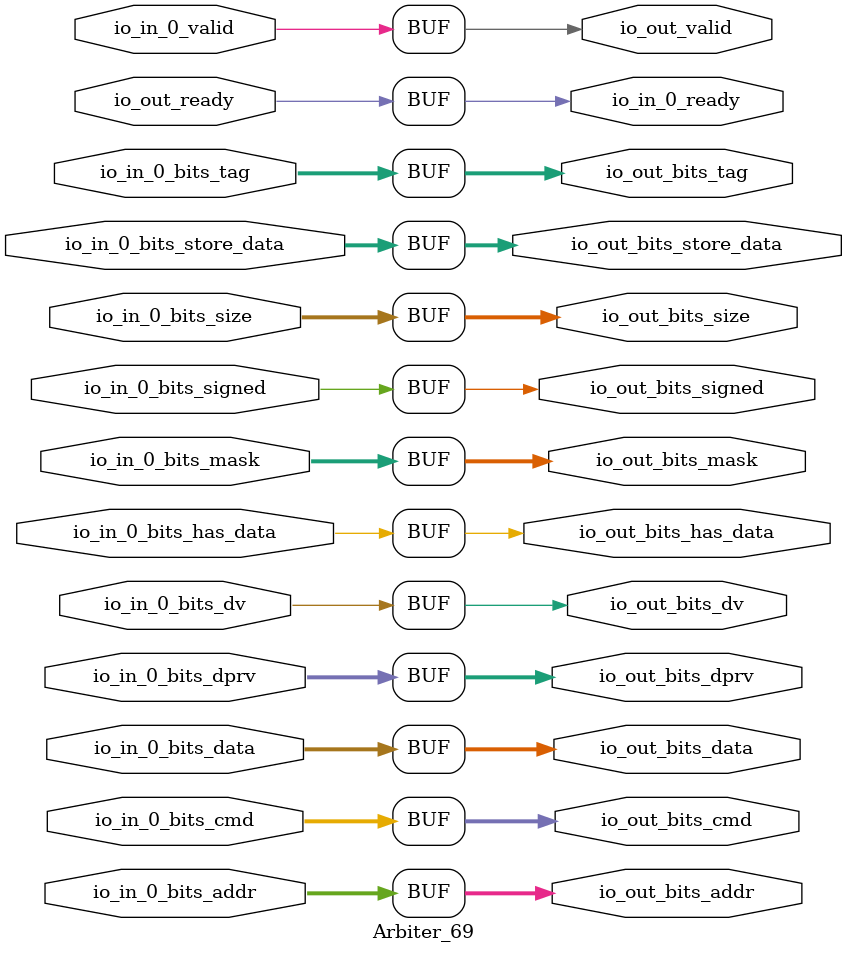
<source format=sv>
`ifndef RANDOMIZE
  `ifdef RANDOMIZE_REG_INIT
    `define RANDOMIZE
  `endif // RANDOMIZE_REG_INIT
`endif // not def RANDOMIZE
`ifndef RANDOMIZE
  `ifdef RANDOMIZE_MEM_INIT
    `define RANDOMIZE
  `endif // RANDOMIZE_MEM_INIT
`endif // not def RANDOMIZE

`ifndef RANDOM
  `define RANDOM $random
`endif // not def RANDOM

// Users can define 'PRINTF_COND' to add an extra gate to prints.
`ifndef PRINTF_COND_
  `ifdef PRINTF_COND
    `define PRINTF_COND_ (`PRINTF_COND)
  `else  // PRINTF_COND
    `define PRINTF_COND_ 1
  `endif // PRINTF_COND
`endif // not def PRINTF_COND_

// Users can define 'ASSERT_VERBOSE_COND' to add an extra gate to assert error printing.
`ifndef ASSERT_VERBOSE_COND_
  `ifdef ASSERT_VERBOSE_COND
    `define ASSERT_VERBOSE_COND_ (`ASSERT_VERBOSE_COND)
  `else  // ASSERT_VERBOSE_COND
    `define ASSERT_VERBOSE_COND_ 1
  `endif // ASSERT_VERBOSE_COND
`endif // not def ASSERT_VERBOSE_COND_

// Users can define 'STOP_COND' to add an extra gate to stop conditions.
`ifndef STOP_COND_
  `ifdef STOP_COND
    `define STOP_COND_ (`STOP_COND)
  `else  // STOP_COND
    `define STOP_COND_ 1
  `endif // STOP_COND
`endif // not def STOP_COND_

// Users can define INIT_RANDOM as general code that gets injected into the
// initializer block for modules with registers.
`ifndef INIT_RANDOM
  `define INIT_RANDOM
`endif // not def INIT_RANDOM

// If using random initialization, you can also define RANDOMIZE_DELAY to
// customize the delay used, otherwise 0.002 is used.
`ifndef RANDOMIZE_DELAY
  `define RANDOMIZE_DELAY 0.002
`endif // not def RANDOMIZE_DELAY

// Define INIT_RANDOM_PROLOG_ for use in our modules below.
`ifndef INIT_RANDOM_PROLOG_
  `ifdef RANDOMIZE
    `ifdef VERILATOR
      `define INIT_RANDOM_PROLOG_ `INIT_RANDOM
    `else  // VERILATOR
      `define INIT_RANDOM_PROLOG_ `INIT_RANDOM #`RANDOMIZE_DELAY begin end
    `endif // VERILATOR
  `else  // RANDOMIZE
    `define INIT_RANDOM_PROLOG_
  `endif // RANDOMIZE
`endif // not def INIT_RANDOM_PROLOG_

module Arbiter_69(
  input         io_in_0_valid,
  input  [39:0] io_in_0_bits_addr,
  input  [6:0]  io_in_0_bits_tag,
  input  [4:0]  io_in_0_bits_cmd,
  input  [1:0]  io_in_0_bits_size,
  input         io_in_0_bits_signed,
  input  [1:0]  io_in_0_bits_dprv,
  input         io_in_0_bits_dv,
  input  [63:0] io_in_0_bits_data,
  input  [7:0]  io_in_0_bits_mask,
  input         io_in_0_bits_has_data,
  input  [63:0] io_in_0_bits_store_data,
  input         io_out_ready,
  output        io_in_0_ready,
                io_out_valid,
  output [39:0] io_out_bits_addr,
  output [6:0]  io_out_bits_tag,
  output [4:0]  io_out_bits_cmd,
  output [1:0]  io_out_bits_size,
  output        io_out_bits_signed,
  output [1:0]  io_out_bits_dprv,
  output        io_out_bits_dv,
  output [63:0] io_out_bits_data,
  output [7:0]  io_out_bits_mask,
  output        io_out_bits_has_data,
  output [63:0] io_out_bits_store_data
);

  assign io_in_0_ready = io_out_ready;
  assign io_out_valid = io_in_0_valid;
  assign io_out_bits_addr = io_in_0_bits_addr;
  assign io_out_bits_tag = io_in_0_bits_tag;
  assign io_out_bits_cmd = io_in_0_bits_cmd;
  assign io_out_bits_size = io_in_0_bits_size;
  assign io_out_bits_signed = io_in_0_bits_signed;
  assign io_out_bits_dprv = io_in_0_bits_dprv;
  assign io_out_bits_dv = io_in_0_bits_dv;
  assign io_out_bits_data = io_in_0_bits_data;
  assign io_out_bits_mask = io_in_0_bits_mask;
  assign io_out_bits_has_data = io_in_0_bits_has_data;
  assign io_out_bits_store_data = io_in_0_bits_store_data;
endmodule


</source>
